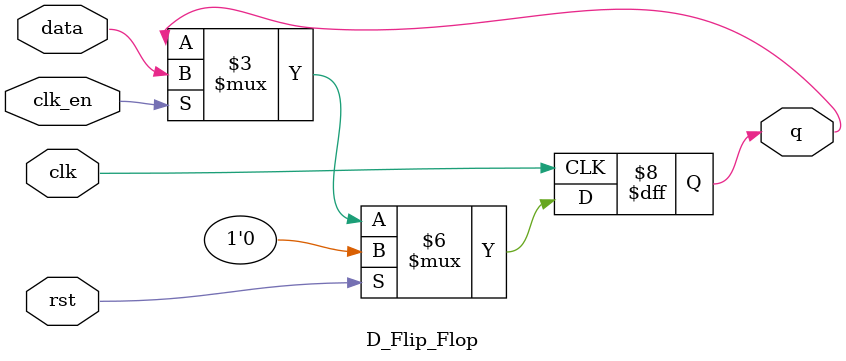
<source format=v>
`timescale 1ns / 1ps


module D_Flip_Flop(
    input clk,
    input data,
    input rst, 
    input clk_en,
    output reg q
    );
always@(posedge clk)   
begin
    if(rst)
        q <= 0;
    else if(clk_en)
        q <= data;
    else q <= q;
end

endmodule

</source>
